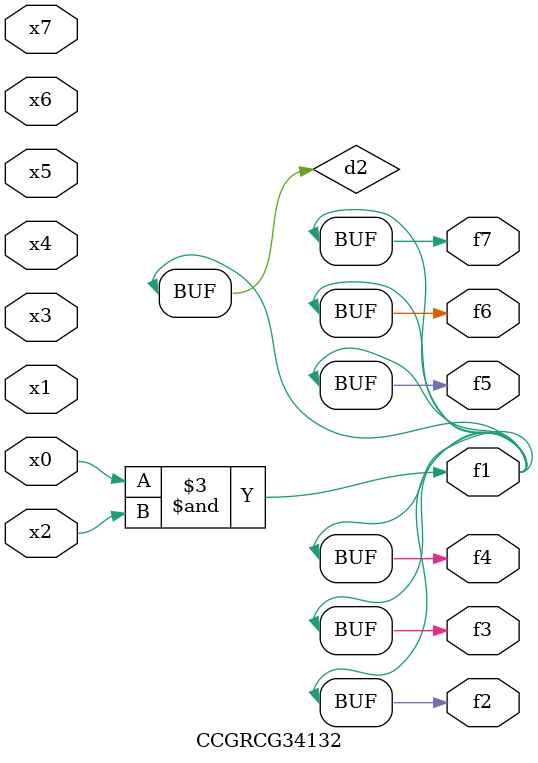
<source format=v>
module CCGRCG34132(
	input x0, x1, x2, x3, x4, x5, x6, x7,
	output f1, f2, f3, f4, f5, f6, f7
);

	wire d1, d2;

	nor (d1, x3, x6);
	and (d2, x0, x2);
	assign f1 = d2;
	assign f2 = d2;
	assign f3 = d2;
	assign f4 = d2;
	assign f5 = d2;
	assign f6 = d2;
	assign f7 = d2;
endmodule

</source>
